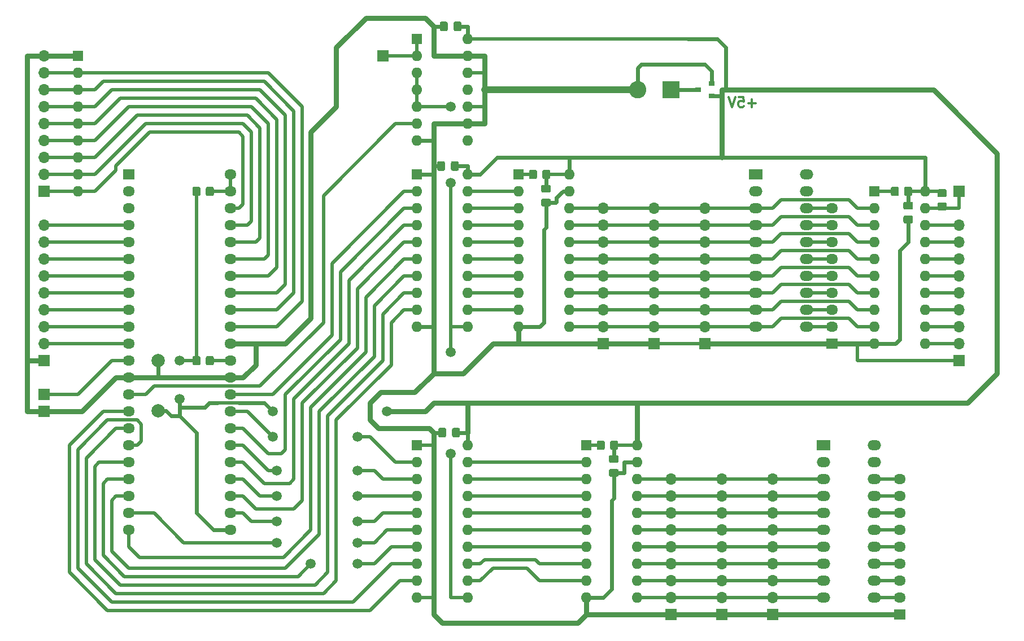
<source format=gbr>
%TF.GenerationSoftware,KiCad,Pcbnew,(5.1.8)-1*%
%TF.CreationDate,2024-01-29T23:39:16+03:00*%
%TF.ProjectId,ROM,524f4d2e-6b69-4636-9164-5f7063625858,rev?*%
%TF.SameCoordinates,Original*%
%TF.FileFunction,Copper,L2,Bot*%
%TF.FilePolarity,Positive*%
%FSLAX46Y46*%
G04 Gerber Fmt 4.6, Leading zero omitted, Abs format (unit mm)*
G04 Created by KiCad (PCBNEW (5.1.8)-1) date 2024-01-29 23:39:16*
%MOMM*%
%LPD*%
G01*
G04 APERTURE LIST*
%TA.AperFunction,NonConductor*%
%ADD10C,0.300000*%
%TD*%
%TA.AperFunction,SMDPad,CuDef*%
%ADD11R,0.900000X0.800000*%
%TD*%
%TA.AperFunction,ComponentPad*%
%ADD12R,1.700000X1.700000*%
%TD*%
%TA.AperFunction,ComponentPad*%
%ADD13C,2.000000*%
%TD*%
%TA.AperFunction,ComponentPad*%
%ADD14O,1.700000X1.700000*%
%TD*%
%TA.AperFunction,ComponentPad*%
%ADD15O,1.800000X1.500000*%
%TD*%
%TA.AperFunction,ComponentPad*%
%ADD16R,1.800000X1.500000*%
%TD*%
%TA.AperFunction,ComponentPad*%
%ADD17O,2.000000X1.500000*%
%TD*%
%TA.AperFunction,ComponentPad*%
%ADD18R,2.000000X1.500000*%
%TD*%
%TA.AperFunction,ComponentPad*%
%ADD19O,1.600000X1.600000*%
%TD*%
%TA.AperFunction,ComponentPad*%
%ADD20R,1.600000X1.600000*%
%TD*%
%TA.AperFunction,ComponentPad*%
%ADD21C,2.600000*%
%TD*%
%TA.AperFunction,ComponentPad*%
%ADD22R,2.600000X2.600000*%
%TD*%
%TA.AperFunction,ViaPad*%
%ADD23C,1.500000*%
%TD*%
%TA.AperFunction,Conductor*%
%ADD24C,0.800000*%
%TD*%
%TA.AperFunction,Conductor*%
%ADD25C,0.500000*%
%TD*%
%TA.AperFunction,Conductor*%
%ADD26C,1.000000*%
%TD*%
%TA.AperFunction,Conductor*%
%ADD27C,0.600000*%
%TD*%
G04 APERTURE END LIST*
D10*
X121943571Y-29952142D02*
X120800714Y-29952142D01*
X121372142Y-30523571D02*
X121372142Y-29380714D01*
X119372142Y-29023571D02*
X120086428Y-29023571D01*
X120157857Y-29737857D01*
X120086428Y-29666428D01*
X119943571Y-29595000D01*
X119586428Y-29595000D01*
X119443571Y-29666428D01*
X119372142Y-29737857D01*
X119300714Y-29880714D01*
X119300714Y-30237857D01*
X119372142Y-30380714D01*
X119443571Y-30452142D01*
X119586428Y-30523571D01*
X119943571Y-30523571D01*
X120086428Y-30452142D01*
X120157857Y-30380714D01*
X118872142Y-29023571D02*
X118372142Y-30523571D01*
X117872142Y-29023571D01*
D11*
%TO.P,Q1,3*%
%TO.N,Net-(J4-Pad1)*%
X113300000Y-27940000D03*
%TO.P,Q1,2*%
%TO.N,VCC*%
X115300000Y-28890000D03*
%TO.P,Q1,1*%
%TO.N,GND*%
X115300000Y-26990000D03*
%TD*%
D12*
%TO.P,J14,1*%
%TO.N,GND*%
X15240000Y-76200000D03*
%TD*%
%TO.P,C7,2*%
%TO.N,GND*%
%TA.AperFunction,SMDPad,CuDef*%
G36*
G01*
X144305000Y-46805000D02*
X145255000Y-46805000D01*
G75*
G02*
X145505000Y-47055000I0J-250000D01*
G01*
X145505000Y-47730000D01*
G75*
G02*
X145255000Y-47980000I-250000J0D01*
G01*
X144305000Y-47980000D01*
G75*
G02*
X144055000Y-47730000I0J250000D01*
G01*
X144055000Y-47055000D01*
G75*
G02*
X144305000Y-46805000I250000J0D01*
G01*
G37*
%TD.AperFunction*%
%TO.P,C7,1*%
%TO.N,VCC*%
%TA.AperFunction,SMDPad,CuDef*%
G36*
G01*
X144305000Y-44730000D02*
X145255000Y-44730000D01*
G75*
G02*
X145505000Y-44980000I0J-250000D01*
G01*
X145505000Y-45655000D01*
G75*
G02*
X145255000Y-45905000I-250000J0D01*
G01*
X144305000Y-45905000D01*
G75*
G02*
X144055000Y-45655000I0J250000D01*
G01*
X144055000Y-44980000D01*
G75*
G02*
X144305000Y-44730000I250000J0D01*
G01*
G37*
%TD.AperFunction*%
%TD*%
%TO.P,C6,2*%
%TO.N,GND*%
%TA.AperFunction,SMDPad,CuDef*%
G36*
G01*
X75750000Y-17940000D02*
X75750000Y-18890000D01*
G75*
G02*
X75500000Y-19140000I-250000J0D01*
G01*
X74825000Y-19140000D01*
G75*
G02*
X74575000Y-18890000I0J250000D01*
G01*
X74575000Y-17940000D01*
G75*
G02*
X74825000Y-17690000I250000J0D01*
G01*
X75500000Y-17690000D01*
G75*
G02*
X75750000Y-17940000I0J-250000D01*
G01*
G37*
%TD.AperFunction*%
%TO.P,C6,1*%
%TO.N,VCC*%
%TA.AperFunction,SMDPad,CuDef*%
G36*
G01*
X77825000Y-17940000D02*
X77825000Y-18890000D01*
G75*
G02*
X77575000Y-19140000I-250000J0D01*
G01*
X76900000Y-19140000D01*
G75*
G02*
X76650000Y-18890000I0J250000D01*
G01*
X76650000Y-17940000D01*
G75*
G02*
X76900000Y-17690000I250000J0D01*
G01*
X77575000Y-17690000D01*
G75*
G02*
X77825000Y-17940000I0J-250000D01*
G01*
G37*
%TD.AperFunction*%
%TD*%
%TO.P,C5,2*%
%TO.N,GND*%
%TA.AperFunction,SMDPad,CuDef*%
G36*
G01*
X100172500Y-84820000D02*
X101122500Y-84820000D01*
G75*
G02*
X101372500Y-85070000I0J-250000D01*
G01*
X101372500Y-85745000D01*
G75*
G02*
X101122500Y-85995000I-250000J0D01*
G01*
X100172500Y-85995000D01*
G75*
G02*
X99922500Y-85745000I0J250000D01*
G01*
X99922500Y-85070000D01*
G75*
G02*
X100172500Y-84820000I250000J0D01*
G01*
G37*
%TD.AperFunction*%
%TO.P,C5,1*%
%TO.N,VCC*%
%TA.AperFunction,SMDPad,CuDef*%
G36*
G01*
X100172500Y-82745000D02*
X101122500Y-82745000D01*
G75*
G02*
X101372500Y-82995000I0J-250000D01*
G01*
X101372500Y-83670000D01*
G75*
G02*
X101122500Y-83920000I-250000J0D01*
G01*
X100172500Y-83920000D01*
G75*
G02*
X99922500Y-83670000I0J250000D01*
G01*
X99922500Y-82995000D01*
G75*
G02*
X100172500Y-82745000I250000J0D01*
G01*
G37*
%TD.AperFunction*%
%TD*%
%TO.P,C4,2*%
%TO.N,GND*%
%TA.AperFunction,SMDPad,CuDef*%
G36*
G01*
X90012500Y-44265000D02*
X90962500Y-44265000D01*
G75*
G02*
X91212500Y-44515000I0J-250000D01*
G01*
X91212500Y-45190000D01*
G75*
G02*
X90962500Y-45440000I-250000J0D01*
G01*
X90012500Y-45440000D01*
G75*
G02*
X89762500Y-45190000I0J250000D01*
G01*
X89762500Y-44515000D01*
G75*
G02*
X90012500Y-44265000I250000J0D01*
G01*
G37*
%TD.AperFunction*%
%TO.P,C4,1*%
%TO.N,VCC*%
%TA.AperFunction,SMDPad,CuDef*%
G36*
G01*
X90012500Y-42190000D02*
X90962500Y-42190000D01*
G75*
G02*
X91212500Y-42440000I0J-250000D01*
G01*
X91212500Y-43115000D01*
G75*
G02*
X90962500Y-43365000I-250000J0D01*
G01*
X90012500Y-43365000D01*
G75*
G02*
X89762500Y-43115000I0J250000D01*
G01*
X89762500Y-42440000D01*
G75*
G02*
X90012500Y-42190000I250000J0D01*
G01*
G37*
%TD.AperFunction*%
%TD*%
%TO.P,C3,2*%
%TO.N,GND*%
%TA.AperFunction,SMDPad,CuDef*%
G36*
G01*
X75347500Y-38895000D02*
X75347500Y-39845000D01*
G75*
G02*
X75097500Y-40095000I-250000J0D01*
G01*
X74422500Y-40095000D01*
G75*
G02*
X74172500Y-39845000I0J250000D01*
G01*
X74172500Y-38895000D01*
G75*
G02*
X74422500Y-38645000I250000J0D01*
G01*
X75097500Y-38645000D01*
G75*
G02*
X75347500Y-38895000I0J-250000D01*
G01*
G37*
%TD.AperFunction*%
%TO.P,C3,1*%
%TO.N,VCC*%
%TA.AperFunction,SMDPad,CuDef*%
G36*
G01*
X77422500Y-38895000D02*
X77422500Y-39845000D01*
G75*
G02*
X77172500Y-40095000I-250000J0D01*
G01*
X76497500Y-40095000D01*
G75*
G02*
X76247500Y-39845000I0J250000D01*
G01*
X76247500Y-38895000D01*
G75*
G02*
X76497500Y-38645000I250000J0D01*
G01*
X77172500Y-38645000D01*
G75*
G02*
X77422500Y-38895000I0J-250000D01*
G01*
G37*
%TD.AperFunction*%
%TD*%
%TO.P,C2,2*%
%TO.N,GND*%
%TA.AperFunction,SMDPad,CuDef*%
G36*
G01*
X75517500Y-78900000D02*
X75517500Y-79850000D01*
G75*
G02*
X75267500Y-80100000I-250000J0D01*
G01*
X74592500Y-80100000D01*
G75*
G02*
X74342500Y-79850000I0J250000D01*
G01*
X74342500Y-78900000D01*
G75*
G02*
X74592500Y-78650000I250000J0D01*
G01*
X75267500Y-78650000D01*
G75*
G02*
X75517500Y-78900000I0J-250000D01*
G01*
G37*
%TD.AperFunction*%
%TO.P,C2,1*%
%TO.N,VCC*%
%TA.AperFunction,SMDPad,CuDef*%
G36*
G01*
X77592500Y-78900000D02*
X77592500Y-79850000D01*
G75*
G02*
X77342500Y-80100000I-250000J0D01*
G01*
X76667500Y-80100000D01*
G75*
G02*
X76417500Y-79850000I0J250000D01*
G01*
X76417500Y-78900000D01*
G75*
G02*
X76667500Y-78650000I250000J0D01*
G01*
X77342500Y-78650000D01*
G75*
G02*
X77592500Y-78900000I0J-250000D01*
G01*
G37*
%TD.AperFunction*%
%TD*%
D13*
%TO.P,C1,2*%
%TO.N,GND*%
X32385000Y-68580000D03*
%TO.P,C1,1*%
%TO.N,VCC*%
X32385000Y-76080000D03*
%TD*%
D14*
%TO.P,J13,9*%
%TO.N,/CNST7*%
X114300000Y-45720000D03*
%TO.P,J13,8*%
%TO.N,/CNST6*%
X114300000Y-48260000D03*
%TO.P,J13,7*%
%TO.N,/CNST5*%
X114300000Y-50800000D03*
%TO.P,J13,6*%
%TO.N,/CNST4*%
X114300000Y-53340000D03*
%TO.P,J13,5*%
%TO.N,/CNST3*%
X114300000Y-55880000D03*
%TO.P,J13,4*%
%TO.N,/CNST2*%
X114300000Y-58420000D03*
%TO.P,J13,3*%
%TO.N,/CNST1*%
X114300000Y-60960000D03*
%TO.P,J13,2*%
%TO.N,/CNST0*%
X114300000Y-63500000D03*
D12*
%TO.P,J13,1*%
%TO.N,GND*%
X114300000Y-66040000D03*
%TD*%
D15*
%TO.P,RN3,9*%
%TO.N,Net-(BAR2-Pad18)*%
X133350000Y-45720000D03*
%TO.P,RN3,8*%
%TO.N,Net-(BAR2-Pad17)*%
X133350000Y-48260000D03*
%TO.P,RN3,7*%
%TO.N,Net-(BAR2-Pad16)*%
X133350000Y-50800000D03*
%TO.P,RN3,6*%
%TO.N,Net-(BAR2-Pad15)*%
X133350000Y-53340000D03*
%TO.P,RN3,5*%
%TO.N,Net-(BAR2-Pad14)*%
X133350000Y-55880000D03*
%TO.P,RN3,4*%
%TO.N,Net-(BAR2-Pad13)*%
X133350000Y-58420000D03*
%TO.P,RN3,3*%
%TO.N,Net-(BAR2-Pad12)*%
X133350000Y-60960000D03*
%TO.P,RN3,2*%
%TO.N,Net-(BAR2-Pad11)*%
X133350000Y-63500000D03*
D16*
%TO.P,RN3,1*%
%TO.N,GND*%
X133350000Y-66040000D03*
%TD*%
D17*
%TO.P,BAR2,20*%
%TO.N,N/C*%
X129540000Y-40640000D03*
%TO.P,BAR2,19*%
X129540000Y-43180000D03*
%TO.P,BAR2,18*%
%TO.N,Net-(BAR2-Pad18)*%
X129540000Y-45720000D03*
%TO.P,BAR2,17*%
%TO.N,Net-(BAR2-Pad17)*%
X129540000Y-48260000D03*
%TO.P,BAR2,9*%
%TO.N,/CNST1*%
X121920000Y-60960000D03*
%TO.P,BAR2,10*%
%TO.N,/CNST0*%
X121920000Y-63500000D03*
%TO.P,BAR2,11*%
%TO.N,Net-(BAR2-Pad11)*%
X129540000Y-63500000D03*
%TO.P,BAR2,12*%
%TO.N,Net-(BAR2-Pad12)*%
X129540000Y-60960000D03*
%TO.P,BAR2,8*%
%TO.N,/CNST2*%
X121920000Y-58420000D03*
%TO.P,BAR2,7*%
%TO.N,/CNST3*%
X121920000Y-55880000D03*
%TO.P,BAR2,6*%
%TO.N,/CNST4*%
X121920000Y-53340000D03*
%TO.P,BAR2,5*%
%TO.N,/CNST5*%
X121920000Y-50800000D03*
%TO.P,BAR2,16*%
%TO.N,Net-(BAR2-Pad16)*%
X129540000Y-50800000D03*
%TO.P,BAR2,15*%
%TO.N,Net-(BAR2-Pad15)*%
X129540000Y-53340000D03*
%TO.P,BAR2,14*%
%TO.N,Net-(BAR2-Pad14)*%
X129540000Y-55880000D03*
%TO.P,BAR2,13*%
%TO.N,Net-(BAR2-Pad13)*%
X129540000Y-58420000D03*
%TO.P,BAR2,4*%
%TO.N,/CNST6*%
X121920000Y-48260000D03*
%TO.P,BAR2,3*%
%TO.N,/CNST7*%
X121920000Y-45720000D03*
%TO.P,BAR2,2*%
%TO.N,N/C*%
X121920000Y-43180000D03*
D18*
%TO.P,BAR2,1*%
X121920000Y-40640000D03*
%TD*%
D17*
%TO.P,BAR1,20*%
%TO.N,N/C*%
X139700000Y-81280000D03*
%TO.P,BAR1,19*%
X139700000Y-83820000D03*
%TO.P,BAR1,18*%
%TO.N,Net-(BAR1-Pad18)*%
X139700000Y-86360000D03*
%TO.P,BAR1,17*%
%TO.N,Net-(BAR1-Pad17)*%
X139700000Y-88900000D03*
%TO.P,BAR1,9*%
%TO.N,/COP1*%
X132080000Y-101600000D03*
%TO.P,BAR1,10*%
%TO.N,/COP0*%
X132080000Y-104140000D03*
%TO.P,BAR1,11*%
%TO.N,Net-(BAR1-Pad11)*%
X139700000Y-104140000D03*
%TO.P,BAR1,12*%
%TO.N,Net-(BAR1-Pad12)*%
X139700000Y-101600000D03*
%TO.P,BAR1,8*%
%TO.N,/COP2*%
X132080000Y-99060000D03*
%TO.P,BAR1,7*%
%TO.N,/COP3*%
X132080000Y-96520000D03*
%TO.P,BAR1,6*%
%TO.N,/COP4*%
X132080000Y-93980000D03*
%TO.P,BAR1,5*%
%TO.N,/COP5*%
X132080000Y-91440000D03*
%TO.P,BAR1,16*%
%TO.N,Net-(BAR1-Pad16)*%
X139700000Y-91440000D03*
%TO.P,BAR1,15*%
%TO.N,Net-(BAR1-Pad15)*%
X139700000Y-93980000D03*
%TO.P,BAR1,14*%
%TO.N,Net-(BAR1-Pad14)*%
X139700000Y-96520000D03*
%TO.P,BAR1,13*%
%TO.N,Net-(BAR1-Pad13)*%
X139700000Y-99060000D03*
%TO.P,BAR1,4*%
%TO.N,/COP6*%
X132080000Y-88900000D03*
%TO.P,BAR1,3*%
%TO.N,/COP7*%
X132080000Y-86360000D03*
%TO.P,BAR1,2*%
%TO.N,N/C*%
X132080000Y-83820000D03*
D18*
%TO.P,BAR1,1*%
X132080000Y-81280000D03*
%TD*%
D15*
%TO.P,RN2,9*%
%TO.N,Net-(BAR1-Pad18)*%
X143510000Y-86360000D03*
%TO.P,RN2,8*%
%TO.N,Net-(BAR1-Pad17)*%
X143510000Y-88900000D03*
%TO.P,RN2,7*%
%TO.N,Net-(BAR1-Pad16)*%
X143510000Y-91440000D03*
%TO.P,RN2,6*%
%TO.N,Net-(BAR1-Pad15)*%
X143510000Y-93980000D03*
%TO.P,RN2,5*%
%TO.N,Net-(BAR1-Pad14)*%
X143510000Y-96520000D03*
%TO.P,RN2,4*%
%TO.N,Net-(BAR1-Pad13)*%
X143510000Y-99060000D03*
%TO.P,RN2,3*%
%TO.N,Net-(BAR1-Pad12)*%
X143510000Y-101600000D03*
%TO.P,RN2,2*%
%TO.N,Net-(BAR1-Pad11)*%
X143510000Y-104140000D03*
D16*
%TO.P,RN2,1*%
%TO.N,GND*%
X143510000Y-106680000D03*
%TD*%
%TO.P,R6,2*%
%TO.N,VCC*%
%TA.AperFunction,SMDPad,CuDef*%
G36*
G01*
X150310001Y-44050000D02*
X149409999Y-44050000D01*
G75*
G02*
X149160000Y-43800001I0J249999D01*
G01*
X149160000Y-43099999D01*
G75*
G02*
X149409999Y-42850000I249999J0D01*
G01*
X150310001Y-42850000D01*
G75*
G02*
X150560000Y-43099999I0J-249999D01*
G01*
X150560000Y-43800001D01*
G75*
G02*
X150310001Y-44050000I-249999J0D01*
G01*
G37*
%TD.AperFunction*%
%TO.P,R6,1*%
%TO.N,/~LDI*%
%TA.AperFunction,SMDPad,CuDef*%
G36*
G01*
X150310001Y-46050000D02*
X149409999Y-46050000D01*
G75*
G02*
X149160000Y-45800001I0J249999D01*
G01*
X149160000Y-45099999D01*
G75*
G02*
X149409999Y-44850000I249999J0D01*
G01*
X150310001Y-44850000D01*
G75*
G02*
X150560000Y-45099999I0J-249999D01*
G01*
X150560000Y-45800001D01*
G75*
G02*
X150310001Y-46050000I-249999J0D01*
G01*
G37*
%TD.AperFunction*%
%TD*%
D19*
%TO.P,RN1,9*%
%TO.N,/A8*%
X20320000Y-43180000D03*
%TO.P,RN1,8*%
%TO.N,/A9*%
X20320000Y-40640000D03*
%TO.P,RN1,7*%
%TO.N,/A10*%
X20320000Y-38100000D03*
%TO.P,RN1,6*%
%TO.N,/A11*%
X20320000Y-35560000D03*
%TO.P,RN1,5*%
%TO.N,/A12*%
X20320000Y-33020000D03*
%TO.P,RN1,4*%
%TO.N,/A13*%
X20320000Y-30480000D03*
%TO.P,RN1,3*%
%TO.N,/A14*%
X20320000Y-27940000D03*
%TO.P,RN1,2*%
%TO.N,/A15*%
X20320000Y-25400000D03*
D20*
%TO.P,RN1,1*%
%TO.N,GND*%
X20320000Y-22860000D03*
%TD*%
D15*
%TO.P,U1,24*%
%TO.N,/D4*%
X43180000Y-91440000D03*
%TO.P,U1,23*%
%TO.N,VCC*%
X43180000Y-93980000D03*
%TO.P,U1,22*%
%TO.N,/D11*%
X27940000Y-93980000D03*
%TO.P,U1,21*%
%TO.N,/D3*%
X27940000Y-91440000D03*
%TO.P,U1,44*%
%TO.N,Net-(R1-Pad1)*%
X43180000Y-40640000D03*
%TO.P,U1,20*%
%TO.N,/D10*%
X27940000Y-88900000D03*
%TO.P,U1,43*%
%TO.N,Net-(R1-Pad1)*%
X43180000Y-43180000D03*
%TO.P,U1,19*%
%TO.N,/D2*%
X27940000Y-86360000D03*
%TO.P,U1,42*%
%TO.N,/A8*%
X43180000Y-45720000D03*
%TO.P,U1,18*%
%TO.N,/D9*%
X27940000Y-83820000D03*
%TO.P,U1,41*%
%TO.N,/A9*%
X43180000Y-48260000D03*
%TO.P,U1,17*%
%TO.N,/D1*%
X27940000Y-81280000D03*
%TO.P,U1,40*%
%TO.N,/A10*%
X43180000Y-50800000D03*
%TO.P,U1,16*%
%TO.N,/D8*%
X27940000Y-78740000D03*
%TO.P,U1,39*%
%TO.N,/A11*%
X43180000Y-53340000D03*
%TO.P,U1,15*%
%TO.N,/D0*%
X27940000Y-76200000D03*
%TO.P,U1,38*%
%TO.N,/A12*%
X43180000Y-55880000D03*
%TO.P,U1,14*%
%TO.N,/~RD*%
X27940000Y-73660000D03*
%TO.P,U1,37*%
%TO.N,/A13*%
X43180000Y-58420000D03*
%TO.P,U1,13*%
%TO.N,GND*%
X27940000Y-71120000D03*
%TO.P,U1,36*%
%TO.N,/A14*%
X43180000Y-60960000D03*
%TO.P,U1,12*%
%TO.N,/~CS*%
X27940000Y-68580000D03*
%TO.P,U1,35*%
%TO.N,/A15*%
X43180000Y-63500000D03*
%TO.P,U1,11*%
%TO.N,/A0*%
X27940000Y-66040000D03*
%TO.P,U1,34*%
%TO.N,GND*%
X43180000Y-66040000D03*
%TO.P,U1,10*%
%TO.N,/A1*%
X27940000Y-63500000D03*
%TO.P,U1,33*%
%TO.N,Net-(R2-Pad1)*%
X43180000Y-68580000D03*
%TO.P,U1,9*%
%TO.N,/A2*%
X27940000Y-60960000D03*
%TO.P,U1,32*%
%TO.N,GND*%
X43180000Y-71120000D03*
%TO.P,U1,8*%
%TO.N,/A3*%
X27940000Y-58420000D03*
%TO.P,U1,31*%
%TO.N,/D15*%
X43180000Y-73660000D03*
%TO.P,U1,7*%
%TO.N,/A4*%
X27940000Y-55880000D03*
%TO.P,U1,30*%
%TO.N,/D7*%
X43180000Y-76200000D03*
%TO.P,U1,6*%
%TO.N,/A5*%
X27940000Y-53340000D03*
%TO.P,U1,29*%
%TO.N,/D14*%
X43180000Y-78740000D03*
%TO.P,U1,5*%
%TO.N,/A6*%
X27940000Y-50800000D03*
%TO.P,U1,28*%
%TO.N,/D6*%
X43180000Y-81280000D03*
%TO.P,U1,4*%
%TO.N,/A7*%
X27940000Y-48260000D03*
%TO.P,U1,27*%
%TO.N,/D13*%
X43180000Y-83820000D03*
%TO.P,U1,3*%
%TO.N,Net-(U1-Pad3)*%
X27940000Y-45720000D03*
%TO.P,U1,26*%
%TO.N,/D5*%
X43180000Y-86360000D03*
%TO.P,U1,2*%
%TO.N,Net-(U1-Pad2)*%
X27940000Y-43180000D03*
%TO.P,U1,25*%
%TO.N,/D12*%
X43180000Y-88900000D03*
D16*
%TO.P,U1,1*%
%TO.N,Net-(U1-Pad1)*%
X27940000Y-40640000D03*
%TD*%
D14*
%TO.P,J12,9*%
%TO.N,GND*%
X15240000Y-22860000D03*
%TO.P,J12,8*%
%TO.N,/A15*%
X15240000Y-25400000D03*
%TO.P,J12,7*%
%TO.N,/A14*%
X15240000Y-27940000D03*
%TO.P,J12,6*%
%TO.N,/A13*%
X15240000Y-30480000D03*
%TO.P,J12,5*%
%TO.N,/A12*%
X15240000Y-33020000D03*
%TO.P,J12,4*%
%TO.N,/A11*%
X15240000Y-35560000D03*
%TO.P,J12,3*%
%TO.N,/A10*%
X15240000Y-38100000D03*
%TO.P,J12,2*%
%TO.N,/A9*%
X15240000Y-40640000D03*
D12*
%TO.P,J12,1*%
%TO.N,/A8*%
X15240000Y-43180000D03*
%TD*%
D14*
%TO.P,J3,9*%
%TO.N,/A7*%
X15240000Y-48260000D03*
%TO.P,J3,8*%
%TO.N,/A6*%
X15240000Y-50800000D03*
%TO.P,J3,7*%
%TO.N,/A5*%
X15240000Y-53340000D03*
%TO.P,J3,6*%
%TO.N,/A4*%
X15240000Y-55880000D03*
%TO.P,J3,5*%
%TO.N,/A3*%
X15240000Y-58420000D03*
%TO.P,J3,4*%
%TO.N,/A2*%
X15240000Y-60960000D03*
%TO.P,J3,3*%
%TO.N,/A1*%
X15240000Y-63500000D03*
%TO.P,J3,2*%
%TO.N,/A0*%
X15240000Y-66040000D03*
D12*
%TO.P,J3,1*%
%TO.N,GND*%
X15240000Y-68580000D03*
%TD*%
%TO.P,J11,1*%
%TO.N,/~LDI*%
X152400000Y-43180000D03*
%TD*%
%TO.P,J10,1*%
%TO.N,/C1*%
X66040000Y-22860000D03*
%TD*%
%TO.P,J9,1*%
%TO.N,/~CS*%
X15240000Y-73660000D03*
%TD*%
%TO.P,R5,2*%
%TO.N,VCC*%
%TA.AperFunction,SMDPad,CuDef*%
G36*
G01*
X144180000Y-43630001D02*
X144180000Y-42729999D01*
G75*
G02*
X144429999Y-42480000I249999J0D01*
G01*
X145130001Y-42480000D01*
G75*
G02*
X145380000Y-42729999I0J-249999D01*
G01*
X145380000Y-43630001D01*
G75*
G02*
X145130001Y-43880000I-249999J0D01*
G01*
X144429999Y-43880000D01*
G75*
G02*
X144180000Y-43630001I0J249999D01*
G01*
G37*
%TD.AperFunction*%
%TO.P,R5,1*%
%TO.N,Net-(R5-Pad1)*%
%TA.AperFunction,SMDPad,CuDef*%
G36*
G01*
X142180000Y-43630001D02*
X142180000Y-42729999D01*
G75*
G02*
X142429999Y-42480000I249999J0D01*
G01*
X143130001Y-42480000D01*
G75*
G02*
X143380000Y-42729999I0J-249999D01*
G01*
X143380000Y-43630001D01*
G75*
G02*
X143130001Y-43880000I-249999J0D01*
G01*
X142429999Y-43880000D01*
G75*
G02*
X142180000Y-43630001I0J249999D01*
G01*
G37*
%TD.AperFunction*%
%TD*%
%TO.P,R4,2*%
%TO.N,VCC*%
%TA.AperFunction,SMDPad,CuDef*%
G36*
G01*
X89935000Y-41090001D02*
X89935000Y-40189999D01*
G75*
G02*
X90184999Y-39940000I249999J0D01*
G01*
X90885001Y-39940000D01*
G75*
G02*
X91135000Y-40189999I0J-249999D01*
G01*
X91135000Y-41090001D01*
G75*
G02*
X90885001Y-41340000I-249999J0D01*
G01*
X90184999Y-41340000D01*
G75*
G02*
X89935000Y-41090001I0J249999D01*
G01*
G37*
%TD.AperFunction*%
%TO.P,R4,1*%
%TO.N,Net-(R4-Pad1)*%
%TA.AperFunction,SMDPad,CuDef*%
G36*
G01*
X87935000Y-41090001D02*
X87935000Y-40189999D01*
G75*
G02*
X88184999Y-39940000I249999J0D01*
G01*
X88885001Y-39940000D01*
G75*
G02*
X89135000Y-40189999I0J-249999D01*
G01*
X89135000Y-41090001D01*
G75*
G02*
X88885001Y-41340000I-249999J0D01*
G01*
X88184999Y-41340000D01*
G75*
G02*
X87935000Y-41090001I0J249999D01*
G01*
G37*
%TD.AperFunction*%
%TD*%
%TO.P,R3,2*%
%TO.N,VCC*%
%TA.AperFunction,SMDPad,CuDef*%
G36*
G01*
X100095000Y-81730001D02*
X100095000Y-80829999D01*
G75*
G02*
X100344999Y-80580000I249999J0D01*
G01*
X101045001Y-80580000D01*
G75*
G02*
X101295000Y-80829999I0J-249999D01*
G01*
X101295000Y-81730001D01*
G75*
G02*
X101045001Y-81980000I-249999J0D01*
G01*
X100344999Y-81980000D01*
G75*
G02*
X100095000Y-81730001I0J249999D01*
G01*
G37*
%TD.AperFunction*%
%TO.P,R3,1*%
%TO.N,Net-(R3-Pad1)*%
%TA.AperFunction,SMDPad,CuDef*%
G36*
G01*
X98095000Y-81730001D02*
X98095000Y-80829999D01*
G75*
G02*
X98344999Y-80580000I249999J0D01*
G01*
X99045001Y-80580000D01*
G75*
G02*
X99295000Y-80829999I0J-249999D01*
G01*
X99295000Y-81730001D01*
G75*
G02*
X99045001Y-81980000I-249999J0D01*
G01*
X98344999Y-81980000D01*
G75*
G02*
X98095000Y-81730001I0J249999D01*
G01*
G37*
%TD.AperFunction*%
%TD*%
D14*
%TO.P,J8,9*%
%TO.N,/CNST7*%
X106680000Y-45720000D03*
%TO.P,J8,8*%
%TO.N,/CNST6*%
X106680000Y-48260000D03*
%TO.P,J8,7*%
%TO.N,/CNST5*%
X106680000Y-50800000D03*
%TO.P,J8,6*%
%TO.N,/CNST4*%
X106680000Y-53340000D03*
%TO.P,J8,5*%
%TO.N,/CNST3*%
X106680000Y-55880000D03*
%TO.P,J8,4*%
%TO.N,/CNST2*%
X106680000Y-58420000D03*
%TO.P,J8,3*%
%TO.N,/CNST1*%
X106680000Y-60960000D03*
%TO.P,J8,2*%
%TO.N,/CNST0*%
X106680000Y-63500000D03*
D12*
%TO.P,J8,1*%
%TO.N,GND*%
X106680000Y-66040000D03*
%TD*%
D14*
%TO.P,J7,9*%
%TO.N,/CNST7*%
X99060000Y-45720000D03*
%TO.P,J7,8*%
%TO.N,/CNST6*%
X99060000Y-48260000D03*
%TO.P,J7,7*%
%TO.N,/CNST5*%
X99060000Y-50800000D03*
%TO.P,J7,6*%
%TO.N,/CNST4*%
X99060000Y-53340000D03*
%TO.P,J7,5*%
%TO.N,/CNST3*%
X99060000Y-55880000D03*
%TO.P,J7,4*%
%TO.N,/CNST2*%
X99060000Y-58420000D03*
%TO.P,J7,3*%
%TO.N,/CNST1*%
X99060000Y-60960000D03*
%TO.P,J7,2*%
%TO.N,/CNST0*%
X99060000Y-63500000D03*
D12*
%TO.P,J7,1*%
%TO.N,GND*%
X99060000Y-66040000D03*
%TD*%
D14*
%TO.P,J6,9*%
%TO.N,/COP7*%
X124460000Y-86360000D03*
%TO.P,J6,8*%
%TO.N,/COP6*%
X124460000Y-88900000D03*
%TO.P,J6,7*%
%TO.N,/COP5*%
X124460000Y-91440000D03*
%TO.P,J6,6*%
%TO.N,/COP4*%
X124460000Y-93980000D03*
%TO.P,J6,5*%
%TO.N,/COP3*%
X124460000Y-96520000D03*
%TO.P,J6,4*%
%TO.N,/COP2*%
X124460000Y-99060000D03*
%TO.P,J6,3*%
%TO.N,/COP1*%
X124460000Y-101600000D03*
%TO.P,J6,2*%
%TO.N,/COP0*%
X124460000Y-104140000D03*
D12*
%TO.P,J6,1*%
%TO.N,GND*%
X124460000Y-106680000D03*
%TD*%
D14*
%TO.P,J5,9*%
%TO.N,/COP7*%
X116840000Y-86360000D03*
%TO.P,J5,8*%
%TO.N,/COP6*%
X116840000Y-88900000D03*
%TO.P,J5,7*%
%TO.N,/COP5*%
X116840000Y-91440000D03*
%TO.P,J5,6*%
%TO.N,/COP4*%
X116840000Y-93980000D03*
%TO.P,J5,5*%
%TO.N,/COP3*%
X116840000Y-96520000D03*
%TO.P,J5,4*%
%TO.N,/COP2*%
X116840000Y-99060000D03*
%TO.P,J5,3*%
%TO.N,/COP1*%
X116840000Y-101600000D03*
%TO.P,J5,2*%
%TO.N,/COP0*%
X116840000Y-104140000D03*
D12*
%TO.P,J5,1*%
%TO.N,GND*%
X116840000Y-106680000D03*
%TD*%
D21*
%TO.P,J4,2*%
%TO.N,GND*%
X104220000Y-27940000D03*
D22*
%TO.P,J4,1*%
%TO.N,Net-(J4-Pad1)*%
X109220000Y-27940000D03*
%TD*%
D14*
%TO.P,J2,9*%
%TO.N,/BUS7*%
X152400000Y-48260000D03*
%TO.P,J2,8*%
%TO.N,/BUS6*%
X152400000Y-50800000D03*
%TO.P,J2,7*%
%TO.N,/BUS5*%
X152400000Y-53340000D03*
%TO.P,J2,6*%
%TO.N,/BUS4*%
X152400000Y-55880000D03*
%TO.P,J2,5*%
%TO.N,/BUS3*%
X152400000Y-58420000D03*
%TO.P,J2,4*%
%TO.N,/BUS2*%
X152400000Y-60960000D03*
%TO.P,J2,3*%
%TO.N,/BUS1*%
X152400000Y-63500000D03*
%TO.P,J2,2*%
%TO.N,/BUS0*%
X152400000Y-66040000D03*
D12*
%TO.P,J2,1*%
%TO.N,GND*%
X152400000Y-68580000D03*
%TD*%
D14*
%TO.P,J1,9*%
%TO.N,/COP7*%
X109220000Y-86360000D03*
%TO.P,J1,8*%
%TO.N,/COP6*%
X109220000Y-88900000D03*
%TO.P,J1,7*%
%TO.N,/COP5*%
X109220000Y-91440000D03*
%TO.P,J1,6*%
%TO.N,/COP4*%
X109220000Y-93980000D03*
%TO.P,J1,5*%
%TO.N,/COP3*%
X109220000Y-96520000D03*
%TO.P,J1,4*%
%TO.N,/COP2*%
X109220000Y-99060000D03*
%TO.P,J1,3*%
%TO.N,/COP1*%
X109220000Y-101600000D03*
%TO.P,J1,2*%
%TO.N,/COP0*%
X109220000Y-104140000D03*
D12*
%TO.P,J1,1*%
%TO.N,GND*%
X109220000Y-106680000D03*
%TD*%
D19*
%TO.P,U7,20*%
%TO.N,VCC*%
X104140000Y-81280000D03*
%TO.P,U7,10*%
%TO.N,GND*%
X96520000Y-104140000D03*
%TO.P,U7,19*%
X104140000Y-83820000D03*
%TO.P,U7,9*%
%TO.N,Net-(U2-Pad12)*%
X96520000Y-101600000D03*
%TO.P,U7,18*%
%TO.N,/COP7*%
X104140000Y-86360000D03*
%TO.P,U7,8*%
%TO.N,Net-(U2-Pad13)*%
X96520000Y-99060000D03*
%TO.P,U7,17*%
%TO.N,/COP6*%
X104140000Y-88900000D03*
%TO.P,U7,7*%
%TO.N,Net-(U2-Pad14)*%
X96520000Y-96520000D03*
%TO.P,U7,16*%
%TO.N,/COP5*%
X104140000Y-91440000D03*
%TO.P,U7,6*%
%TO.N,Net-(U2-Pad15)*%
X96520000Y-93980000D03*
%TO.P,U7,15*%
%TO.N,/COP4*%
X104140000Y-93980000D03*
%TO.P,U7,5*%
%TO.N,Net-(U2-Pad16)*%
X96520000Y-91440000D03*
%TO.P,U7,14*%
%TO.N,/COP3*%
X104140000Y-96520000D03*
%TO.P,U7,4*%
%TO.N,Net-(U2-Pad17)*%
X96520000Y-88900000D03*
%TO.P,U7,13*%
%TO.N,/COP2*%
X104140000Y-99060000D03*
%TO.P,U7,3*%
%TO.N,Net-(U2-Pad18)*%
X96520000Y-86360000D03*
%TO.P,U7,12*%
%TO.N,/COP1*%
X104140000Y-101600000D03*
%TO.P,U7,2*%
%TO.N,Net-(U2-Pad19)*%
X96520000Y-83820000D03*
%TO.P,U7,11*%
%TO.N,/COP0*%
X104140000Y-104140000D03*
D20*
%TO.P,U7,1*%
%TO.N,Net-(R3-Pad1)*%
X96520000Y-81280000D03*
%TD*%
D19*
%TO.P,U6,14*%
%TO.N,VCC*%
X78740000Y-20320000D03*
%TO.P,U6,7*%
%TO.N,GND*%
X71120000Y-35560000D03*
%TO.P,U6,13*%
X78740000Y-22860000D03*
%TO.P,U6,6*%
%TO.N,/~RD*%
X71120000Y-33020000D03*
%TO.P,U6,12*%
%TO.N,GND*%
X78740000Y-25400000D03*
%TO.P,U6,5*%
%TO.N,/LT*%
X71120000Y-30480000D03*
%TO.P,U6,11*%
%TO.N,Net-(U6-Pad11)*%
X78740000Y-27940000D03*
%TO.P,U6,4*%
%TO.N,/LT*%
X71120000Y-27940000D03*
%TO.P,U6,10*%
%TO.N,GND*%
X78740000Y-30480000D03*
%TO.P,U6,3*%
%TO.N,/LT*%
X71120000Y-25400000D03*
%TO.P,U6,9*%
%TO.N,GND*%
X78740000Y-33020000D03*
%TO.P,U6,2*%
%TO.N,/C1*%
X71120000Y-22860000D03*
%TO.P,U6,8*%
%TO.N,Net-(U6-Pad8)*%
X78740000Y-35560000D03*
D20*
%TO.P,U6,1*%
%TO.N,/C1*%
X71120000Y-20320000D03*
%TD*%
D19*
%TO.P,U5,20*%
%TO.N,VCC*%
X147320000Y-43180000D03*
%TO.P,U5,10*%
%TO.N,GND*%
X139700000Y-66040000D03*
%TO.P,U5,19*%
%TO.N,/~LDI*%
X147320000Y-45720000D03*
%TO.P,U5,9*%
%TO.N,/CNST0*%
X139700000Y-63500000D03*
%TO.P,U5,18*%
%TO.N,/BUS7*%
X147320000Y-48260000D03*
%TO.P,U5,8*%
%TO.N,/CNST1*%
X139700000Y-60960000D03*
%TO.P,U5,17*%
%TO.N,/BUS6*%
X147320000Y-50800000D03*
%TO.P,U5,7*%
%TO.N,/CNST2*%
X139700000Y-58420000D03*
%TO.P,U5,16*%
%TO.N,/BUS5*%
X147320000Y-53340000D03*
%TO.P,U5,6*%
%TO.N,/CNST3*%
X139700000Y-55880000D03*
%TO.P,U5,15*%
%TO.N,/BUS4*%
X147320000Y-55880000D03*
%TO.P,U5,5*%
%TO.N,/CNST4*%
X139700000Y-53340000D03*
%TO.P,U5,14*%
%TO.N,/BUS3*%
X147320000Y-58420000D03*
%TO.P,U5,4*%
%TO.N,/CNST5*%
X139700000Y-50800000D03*
%TO.P,U5,13*%
%TO.N,/BUS2*%
X147320000Y-60960000D03*
%TO.P,U5,3*%
%TO.N,/CNST6*%
X139700000Y-48260000D03*
%TO.P,U5,12*%
%TO.N,/BUS1*%
X147320000Y-63500000D03*
%TO.P,U5,2*%
%TO.N,/CNST7*%
X139700000Y-45720000D03*
%TO.P,U5,11*%
%TO.N,/BUS0*%
X147320000Y-66040000D03*
D20*
%TO.P,U5,1*%
%TO.N,Net-(R5-Pad1)*%
X139700000Y-43180000D03*
%TD*%
D19*
%TO.P,U4,20*%
%TO.N,VCC*%
X93980000Y-40640000D03*
%TO.P,U4,10*%
%TO.N,GND*%
X86360000Y-63500000D03*
%TO.P,U4,19*%
X93980000Y-43180000D03*
%TO.P,U4,9*%
%TO.N,Net-(U3-Pad12)*%
X86360000Y-60960000D03*
%TO.P,U4,18*%
%TO.N,/CNST7*%
X93980000Y-45720000D03*
%TO.P,U4,8*%
%TO.N,Net-(U3-Pad13)*%
X86360000Y-58420000D03*
%TO.P,U4,17*%
%TO.N,/CNST6*%
X93980000Y-48260000D03*
%TO.P,U4,7*%
%TO.N,Net-(U3-Pad14)*%
X86360000Y-55880000D03*
%TO.P,U4,16*%
%TO.N,/CNST5*%
X93980000Y-50800000D03*
%TO.P,U4,6*%
%TO.N,Net-(U3-Pad15)*%
X86360000Y-53340000D03*
%TO.P,U4,15*%
%TO.N,/CNST4*%
X93980000Y-53340000D03*
%TO.P,U4,5*%
%TO.N,Net-(U3-Pad16)*%
X86360000Y-50800000D03*
%TO.P,U4,14*%
%TO.N,/CNST3*%
X93980000Y-55880000D03*
%TO.P,U4,4*%
%TO.N,Net-(U3-Pad17)*%
X86360000Y-48260000D03*
%TO.P,U4,13*%
%TO.N,/CNST2*%
X93980000Y-58420000D03*
%TO.P,U4,3*%
%TO.N,Net-(U3-Pad18)*%
X86360000Y-45720000D03*
%TO.P,U4,12*%
%TO.N,/CNST1*%
X93980000Y-60960000D03*
%TO.P,U4,2*%
%TO.N,Net-(U3-Pad19)*%
X86360000Y-43180000D03*
%TO.P,U4,11*%
%TO.N,/CNST0*%
X93980000Y-63500000D03*
D20*
%TO.P,U4,1*%
%TO.N,Net-(R4-Pad1)*%
X86360000Y-40640000D03*
%TD*%
%TO.P,R2,2*%
%TO.N,VCC*%
%TA.AperFunction,SMDPad,CuDef*%
G36*
G01*
X38700000Y-68129999D02*
X38700000Y-69030001D01*
G75*
G02*
X38450001Y-69280000I-249999J0D01*
G01*
X37749999Y-69280000D01*
G75*
G02*
X37500000Y-69030001I0J249999D01*
G01*
X37500000Y-68129999D01*
G75*
G02*
X37749999Y-67880000I249999J0D01*
G01*
X38450001Y-67880000D01*
G75*
G02*
X38700000Y-68129999I0J-249999D01*
G01*
G37*
%TD.AperFunction*%
%TO.P,R2,1*%
%TO.N,Net-(R2-Pad1)*%
%TA.AperFunction,SMDPad,CuDef*%
G36*
G01*
X40700000Y-68129999D02*
X40700000Y-69030001D01*
G75*
G02*
X40450001Y-69280000I-249999J0D01*
G01*
X39749999Y-69280000D01*
G75*
G02*
X39500000Y-69030001I0J249999D01*
G01*
X39500000Y-68129999D01*
G75*
G02*
X39749999Y-67880000I249999J0D01*
G01*
X40450001Y-67880000D01*
G75*
G02*
X40700000Y-68129999I0J-249999D01*
G01*
G37*
%TD.AperFunction*%
%TD*%
%TO.P,R1,2*%
%TO.N,VCC*%
%TA.AperFunction,SMDPad,CuDef*%
G36*
G01*
X38700000Y-42729999D02*
X38700000Y-43630001D01*
G75*
G02*
X38450001Y-43880000I-249999J0D01*
G01*
X37749999Y-43880000D01*
G75*
G02*
X37500000Y-43630001I0J249999D01*
G01*
X37500000Y-42729999D01*
G75*
G02*
X37749999Y-42480000I249999J0D01*
G01*
X38450001Y-42480000D01*
G75*
G02*
X38700000Y-42729999I0J-249999D01*
G01*
G37*
%TD.AperFunction*%
%TO.P,R1,1*%
%TO.N,Net-(R1-Pad1)*%
%TA.AperFunction,SMDPad,CuDef*%
G36*
G01*
X40700000Y-42729999D02*
X40700000Y-43630001D01*
G75*
G02*
X40450001Y-43880000I-249999J0D01*
G01*
X39749999Y-43880000D01*
G75*
G02*
X39500000Y-43630001I0J249999D01*
G01*
X39500000Y-42729999D01*
G75*
G02*
X39749999Y-42480000I249999J0D01*
G01*
X40450001Y-42480000D01*
G75*
G02*
X40700000Y-42729999I0J-249999D01*
G01*
G37*
%TD.AperFunction*%
%TD*%
D19*
%TO.P,U3,20*%
%TO.N,VCC*%
X78740000Y-40640000D03*
%TO.P,U3,10*%
%TO.N,GND*%
X71120000Y-63500000D03*
%TO.P,U3,19*%
%TO.N,Net-(U3-Pad19)*%
X78740000Y-43180000D03*
%TO.P,U3,9*%
%TO.N,/D8*%
X71120000Y-60960000D03*
%TO.P,U3,18*%
%TO.N,Net-(U3-Pad18)*%
X78740000Y-45720000D03*
%TO.P,U3,8*%
%TO.N,/D9*%
X71120000Y-58420000D03*
%TO.P,U3,17*%
%TO.N,Net-(U3-Pad17)*%
X78740000Y-48260000D03*
%TO.P,U3,7*%
%TO.N,/D10*%
X71120000Y-55880000D03*
%TO.P,U3,16*%
%TO.N,Net-(U3-Pad16)*%
X78740000Y-50800000D03*
%TO.P,U3,6*%
%TO.N,/D11*%
X71120000Y-53340000D03*
%TO.P,U3,15*%
%TO.N,Net-(U3-Pad15)*%
X78740000Y-53340000D03*
%TO.P,U3,5*%
%TO.N,/D12*%
X71120000Y-50800000D03*
%TO.P,U3,14*%
%TO.N,Net-(U3-Pad14)*%
X78740000Y-55880000D03*
%TO.P,U3,4*%
%TO.N,/D13*%
X71120000Y-48260000D03*
%TO.P,U3,13*%
%TO.N,Net-(U3-Pad13)*%
X78740000Y-58420000D03*
%TO.P,U3,3*%
%TO.N,/D14*%
X71120000Y-45720000D03*
%TO.P,U3,12*%
%TO.N,Net-(U3-Pad12)*%
X78740000Y-60960000D03*
%TO.P,U3,2*%
%TO.N,/D15*%
X71120000Y-43180000D03*
%TO.P,U3,11*%
%TO.N,/LT*%
X78740000Y-63500000D03*
D20*
%TO.P,U3,1*%
%TO.N,GND*%
X71120000Y-40640000D03*
%TD*%
D19*
%TO.P,U2,20*%
%TO.N,VCC*%
X78740000Y-81280000D03*
%TO.P,U2,10*%
%TO.N,GND*%
X71120000Y-104140000D03*
%TO.P,U2,19*%
%TO.N,Net-(U2-Pad19)*%
X78740000Y-83820000D03*
%TO.P,U2,9*%
%TO.N,/D0*%
X71120000Y-101600000D03*
%TO.P,U2,18*%
%TO.N,Net-(U2-Pad18)*%
X78740000Y-86360000D03*
%TO.P,U2,8*%
%TO.N,/D1*%
X71120000Y-99060000D03*
%TO.P,U2,17*%
%TO.N,Net-(U2-Pad17)*%
X78740000Y-88900000D03*
%TO.P,U2,7*%
%TO.N,/D2*%
X71120000Y-96520000D03*
%TO.P,U2,16*%
%TO.N,Net-(U2-Pad16)*%
X78740000Y-91440000D03*
%TO.P,U2,6*%
%TO.N,/D3*%
X71120000Y-93980000D03*
%TO.P,U2,15*%
%TO.N,Net-(U2-Pad15)*%
X78740000Y-93980000D03*
%TO.P,U2,5*%
%TO.N,/D4*%
X71120000Y-91440000D03*
%TO.P,U2,14*%
%TO.N,Net-(U2-Pad14)*%
X78740000Y-96520000D03*
%TO.P,U2,4*%
%TO.N,/D5*%
X71120000Y-88900000D03*
%TO.P,U2,13*%
%TO.N,Net-(U2-Pad13)*%
X78740000Y-99060000D03*
%TO.P,U2,3*%
%TO.N,/D6*%
X71120000Y-86360000D03*
%TO.P,U2,12*%
%TO.N,Net-(U2-Pad12)*%
X78740000Y-101600000D03*
%TO.P,U2,2*%
%TO.N,/D7*%
X71120000Y-83820000D03*
%TO.P,U2,11*%
%TO.N,/LT*%
X78740000Y-104140000D03*
D20*
%TO.P,U2,1*%
%TO.N,GND*%
X71120000Y-81280000D03*
%TD*%
D23*
%TO.N,/D7*%
X49530000Y-80010000D03*
X62230000Y-80010000D03*
%TO.N,/D6*%
X50165000Y-85090000D03*
X62230000Y-85090000D03*
%TO.N,/D5*%
X62230000Y-88900000D03*
X50165000Y-88900000D03*
%TO.N,/D4*%
X50165000Y-92710000D03*
X62230000Y-92710000D03*
%TO.N,VCC*%
X35560000Y-68580000D03*
X35560000Y-74295000D03*
X49530000Y-76200000D03*
X66675000Y-76200000D03*
%TO.N,/D3*%
X50165000Y-95885000D03*
X62230000Y-95885000D03*
%TO.N,/D2*%
X62230000Y-99060000D03*
X55245000Y-99060000D03*
%TO.N,/LT*%
X76200000Y-30480000D03*
X76200000Y-67310000D03*
X76200000Y-41910000D03*
X76200000Y-82550000D03*
%TD*%
D24*
%TO.N,GND*%
X15240000Y-22860000D02*
X20320000Y-22860000D01*
X116840000Y-106680000D02*
X109220000Y-106680000D01*
X101600000Y-66040000D02*
X106680000Y-66040000D01*
X99060000Y-66040000D02*
X101600000Y-66040000D01*
X124460000Y-106680000D02*
X116840000Y-106680000D01*
X86360000Y-66040000D02*
X96520000Y-66040000D01*
X86360000Y-63500000D02*
X86360000Y-66040000D01*
D25*
X106680000Y-66040000D02*
X114300000Y-66040000D01*
D24*
X78740000Y-33020000D02*
X81280000Y-33020000D01*
D25*
X78740000Y-25400000D02*
X81280000Y-25400000D01*
D24*
X133350000Y-66040000D02*
X137160000Y-66040000D01*
X114300000Y-66040000D02*
X133350000Y-66040000D01*
X137160000Y-66040000D02*
X139700000Y-66040000D01*
X124460000Y-106680000D02*
X143510000Y-106680000D01*
X78740000Y-22860000D02*
X81280000Y-22860000D01*
X81280000Y-30480000D02*
X81280000Y-33020000D01*
X73660000Y-33020000D02*
X78740000Y-33020000D01*
X73660000Y-33020000D02*
X73660000Y-35560000D01*
D25*
X152400000Y-68580000D02*
X137160000Y-68580000D01*
X137160000Y-68580000D02*
X137160000Y-66040000D01*
X81280000Y-30480000D02*
X78740000Y-30480000D01*
X71120000Y-104140000D02*
X73660000Y-104140000D01*
D24*
X73660000Y-81280000D02*
X73660000Y-104140000D01*
D25*
X71120000Y-81280000D02*
X73660000Y-81280000D01*
D24*
X109220000Y-106680000D02*
X96520000Y-106680000D01*
X96520000Y-66040000D02*
X99060000Y-66040000D01*
D26*
X104220000Y-27940000D02*
X81280000Y-27940000D01*
D24*
X81280000Y-27940000D02*
X81280000Y-30480000D01*
X81280000Y-22860000D02*
X81280000Y-27940000D01*
X12700000Y-68580000D02*
X15240000Y-68580000D01*
X12700000Y-22860000D02*
X12700000Y-68580000D01*
X15240000Y-22860000D02*
X12700000Y-22860000D01*
X12700000Y-68580000D02*
X12700000Y-76200000D01*
X12700000Y-76200000D02*
X20955000Y-76200000D01*
X26035000Y-71120000D02*
X27940000Y-71120000D01*
X20955000Y-76200000D02*
X26035000Y-71120000D01*
X43180000Y-71120000D02*
X45085000Y-71120000D01*
X46990000Y-69215000D02*
X46990000Y-66040000D01*
X45085000Y-71120000D02*
X46990000Y-69215000D01*
X46990000Y-66040000D02*
X43180000Y-66040000D01*
D27*
X71120000Y-63500000D02*
X73660000Y-63500000D01*
D24*
X73660000Y-63500000D02*
X73660000Y-66040000D01*
D27*
X71120000Y-40640000D02*
X73660000Y-40640000D01*
D24*
X73660000Y-40640000D02*
X73660000Y-63500000D01*
D27*
X71120000Y-35560000D02*
X73660000Y-35560000D01*
D24*
X73025000Y-78740000D02*
X73660000Y-79375000D01*
X65405000Y-78740000D02*
X73025000Y-78740000D01*
X73660000Y-81280000D02*
X73660000Y-79375000D01*
X70802500Y-73342500D02*
X73660000Y-70485000D01*
X73660000Y-66040000D02*
X73660000Y-70485000D01*
X65722500Y-73342500D02*
X70802500Y-73342500D01*
X64135000Y-74930000D02*
X64135000Y-77470000D01*
X64135000Y-77470000D02*
X65405000Y-78740000D01*
X65722500Y-73342500D02*
X64135000Y-74930000D01*
D27*
X32385000Y-68580000D02*
X32385000Y-71120000D01*
D24*
X32385000Y-71120000D02*
X43180000Y-71120000D01*
X27940000Y-71120000D02*
X32385000Y-71120000D01*
X51435000Y-66040000D02*
X46990000Y-66040000D01*
X55245000Y-34290000D02*
X55245000Y-62230000D01*
X59055000Y-30480000D02*
X55245000Y-34290000D01*
X59055000Y-21590000D02*
X59055000Y-30480000D01*
X55245000Y-62230000D02*
X51435000Y-66040000D01*
X63500000Y-17145000D02*
X59055000Y-21590000D01*
X72390000Y-17145000D02*
X63500000Y-17145000D01*
X73660000Y-18415000D02*
X72390000Y-17145000D01*
X73660000Y-22860000D02*
X73660000Y-18415000D01*
X78740000Y-22860000D02*
X73660000Y-22860000D01*
D27*
X75162500Y-18415000D02*
X73660000Y-18415000D01*
X74760000Y-39370000D02*
X73660000Y-39370000D01*
D24*
X73660000Y-39370000D02*
X73660000Y-40640000D01*
X73660000Y-35560000D02*
X73660000Y-39370000D01*
D27*
X74930000Y-79375000D02*
X73660000Y-79375000D01*
X92075000Y-44132500D02*
X93027500Y-43180000D01*
X93980000Y-43180000D02*
X93027500Y-43180000D01*
X91990000Y-44852500D02*
X92075000Y-44767500D01*
X90487500Y-44852500D02*
X91990000Y-44852500D01*
X92075000Y-44132500D02*
X92075000Y-44767500D01*
X104140000Y-83820000D02*
X102235000Y-83820000D01*
X102235000Y-85407500D02*
X100647500Y-85407500D01*
X102235000Y-83820000D02*
X102235000Y-85407500D01*
X144780000Y-47392500D02*
X144780000Y-50800000D01*
X144780000Y-50800000D02*
X143510000Y-52070000D01*
X143510000Y-52070000D02*
X143510000Y-65405000D01*
X142875000Y-66040000D02*
X139700000Y-66040000D01*
X143510000Y-65405000D02*
X142875000Y-66040000D01*
X89535000Y-63500000D02*
X90170000Y-62865000D01*
X90170000Y-62865000D02*
X90170000Y-48895000D01*
X86360000Y-63500000D02*
X89535000Y-63500000D01*
X99060000Y-104140000D02*
X96520000Y-104140000D01*
X100330000Y-102870000D02*
X99060000Y-104140000D01*
X100330000Y-89535000D02*
X100330000Y-102870000D01*
X100647500Y-89217500D02*
X100330000Y-89535000D01*
X100647500Y-85407500D02*
X100647500Y-89217500D01*
X90487500Y-48577500D02*
X90170000Y-48895000D01*
X90487500Y-44852500D02*
X90487500Y-48577500D01*
D24*
X82550000Y-66040000D02*
X78105000Y-70485000D01*
X86360000Y-66040000D02*
X82550000Y-66040000D01*
X73660000Y-70485000D02*
X78105000Y-70485000D01*
X96520000Y-104140000D02*
X96520000Y-106680000D01*
X95885000Y-107315000D02*
X96520000Y-106680000D01*
X73660000Y-106680000D02*
X74930000Y-107950000D01*
X73660000Y-104140000D02*
X73660000Y-106680000D01*
X95250000Y-107950000D02*
X95885000Y-107315000D01*
X74930000Y-107950000D02*
X95250000Y-107950000D01*
D27*
X104775000Y-24130000D02*
X104220000Y-24685000D01*
X114300000Y-24130000D02*
X104775000Y-24130000D01*
X115300000Y-25130000D02*
X114300000Y-24130000D01*
X104220000Y-24685000D02*
X104220000Y-27940000D01*
X115300000Y-26990000D02*
X115300000Y-25130000D01*
D25*
%TO.N,/D15*%
X69215000Y-43180000D02*
X71120000Y-43180000D01*
X58420000Y-53975000D02*
X69215000Y-43180000D01*
X58420000Y-64770000D02*
X58420000Y-53975000D01*
X49530000Y-73660000D02*
X58420000Y-64770000D01*
X43180000Y-73660000D02*
X49530000Y-73660000D01*
%TO.N,/D7*%
X45720000Y-76200000D02*
X49530000Y-80010000D01*
X43180000Y-76200000D02*
X45720000Y-76200000D01*
X62230000Y-80010000D02*
X64135000Y-80010000D01*
X67945000Y-83820000D02*
X71120000Y-83820000D01*
X64135000Y-80010000D02*
X67945000Y-83820000D01*
%TO.N,/D14*%
X69215000Y-45720000D02*
X71120000Y-45720000D01*
X59690000Y-55245000D02*
X69215000Y-45720000D01*
X59690000Y-65405000D02*
X59690000Y-55245000D01*
X51435000Y-73660000D02*
X59690000Y-65405000D01*
X48895000Y-82550000D02*
X50800000Y-82550000D01*
X45085000Y-78740000D02*
X48895000Y-82550000D01*
X51435000Y-81915000D02*
X51435000Y-73660000D01*
X50800000Y-82550000D02*
X51435000Y-81915000D01*
X43180000Y-78740000D02*
X45085000Y-78740000D01*
%TO.N,/D6*%
X45085000Y-81280000D02*
X43180000Y-81280000D01*
X48895000Y-85090000D02*
X45085000Y-81280000D01*
X50165000Y-85090000D02*
X48895000Y-85090000D01*
X62230000Y-85090000D02*
X64770000Y-85090000D01*
X64770000Y-85090000D02*
X66040000Y-86360000D01*
X71120000Y-86360000D02*
X66040000Y-86360000D01*
%TO.N,/D13*%
X60960000Y-56515000D02*
X69215000Y-48260000D01*
X60960000Y-66040000D02*
X60960000Y-56515000D01*
X52705000Y-86360000D02*
X52705000Y-74295000D01*
X69215000Y-48260000D02*
X71120000Y-48260000D01*
X52070000Y-86995000D02*
X52705000Y-86360000D01*
X48260000Y-86995000D02*
X52070000Y-86995000D01*
X45085000Y-83820000D02*
X48260000Y-86995000D01*
X52705000Y-74295000D02*
X60960000Y-66040000D01*
X43180000Y-83820000D02*
X45085000Y-83820000D01*
%TO.N,/D5*%
X62230000Y-88900000D02*
X71120000Y-88900000D01*
X44450000Y-86360000D02*
X43180000Y-86360000D01*
X45085000Y-86360000D02*
X44450000Y-86360000D01*
X47625000Y-88900000D02*
X45085000Y-86360000D01*
X50165000Y-88900000D02*
X47625000Y-88900000D01*
%TO.N,/D12*%
X69215000Y-50800000D02*
X71120000Y-50800000D01*
X62230000Y-57785000D02*
X69215000Y-50800000D01*
X62230000Y-66675000D02*
X62230000Y-57785000D01*
X53975000Y-74930000D02*
X62230000Y-66675000D01*
X53975000Y-89535000D02*
X53975000Y-74930000D01*
X46990000Y-90805000D02*
X52705000Y-90805000D01*
X45085000Y-88900000D02*
X46990000Y-90805000D01*
X52705000Y-90805000D02*
X53975000Y-89535000D01*
X43180000Y-88900000D02*
X45085000Y-88900000D01*
%TO.N,/D4*%
X64770000Y-92710000D02*
X66040000Y-91440000D01*
X62230000Y-92710000D02*
X64770000Y-92710000D01*
X71120000Y-91440000D02*
X66040000Y-91440000D01*
X46355000Y-92710000D02*
X45085000Y-91440000D01*
X50165000Y-92710000D02*
X46355000Y-92710000D01*
X43180000Y-91440000D02*
X45085000Y-91440000D01*
D27*
%TO.N,VCC*%
X116840000Y-38100000D02*
X147320000Y-38100000D01*
X147320000Y-38100000D02*
X147320000Y-43180000D01*
X93980000Y-38100000D02*
X116840000Y-38100000D01*
D25*
X90535000Y-40640000D02*
X93980000Y-40640000D01*
X100695000Y-81280000D02*
X104140000Y-81280000D01*
X147320000Y-43180000D02*
X149590000Y-43180000D01*
X149590000Y-43180000D02*
X149860000Y-43450000D01*
X144780000Y-43180000D02*
X147320000Y-43180000D01*
X78740000Y-20320000D02*
X111760000Y-20320000D01*
X38100000Y-43180000D02*
X38100000Y-68580000D01*
X38100000Y-68580000D02*
X35560000Y-68580000D01*
X35560000Y-68580000D02*
X35560000Y-68580000D01*
X35560000Y-74295000D02*
X35560000Y-74295000D01*
D24*
X158115000Y-37465000D02*
X148590000Y-27940000D01*
X158115000Y-70485000D02*
X158115000Y-37465000D01*
X153670000Y-74930000D02*
X158115000Y-70485000D01*
X97790000Y-74930000D02*
X153670000Y-74930000D01*
D27*
X83820000Y-38100000D02*
X93980000Y-38100000D01*
X35560000Y-75565000D02*
X35560000Y-74295000D01*
D25*
X49530000Y-76200000D02*
X49530000Y-76200000D01*
D27*
X83185000Y-38100000D02*
X83820000Y-38100000D01*
X80645000Y-40640000D02*
X83185000Y-38100000D01*
X78740000Y-40640000D02*
X80645000Y-40640000D01*
X93980000Y-38100000D02*
X93980000Y-40640000D01*
D24*
X97790000Y-74930000D02*
X93980000Y-74930000D01*
X104140000Y-74930000D02*
X104140000Y-81280000D01*
X93980000Y-74930000D02*
X78740000Y-74930000D01*
X73660000Y-74930000D02*
X78740000Y-74930000D01*
X72390000Y-76200000D02*
X73660000Y-74930000D01*
X66675000Y-76200000D02*
X72390000Y-76200000D01*
D27*
X32385000Y-76080000D02*
X33535000Y-76080000D01*
X34290000Y-76835000D02*
X35560000Y-76835000D01*
X33535000Y-76080000D02*
X34290000Y-76835000D01*
X35560000Y-76835000D02*
X35560000Y-75565000D01*
X40640000Y-93980000D02*
X43180000Y-93980000D01*
X38100000Y-91440000D02*
X40640000Y-93980000D01*
X38100000Y-79375000D02*
X38100000Y-91440000D01*
X35560000Y-76835000D02*
X38100000Y-79375000D01*
X39370000Y-75565000D02*
X40005000Y-74930000D01*
X35560000Y-75565000D02*
X39370000Y-75565000D01*
X40005000Y-74930000D02*
X41275000Y-74930000D01*
X44450000Y-74930000D02*
X48260000Y-74930000D01*
D25*
X40005000Y-74930000D02*
X44450000Y-74930000D01*
D27*
X48260000Y-74930000D02*
X49530000Y-76200000D01*
X77237500Y-18415000D02*
X78740000Y-18415000D01*
X78740000Y-18415000D02*
X78740000Y-20320000D01*
X76835000Y-39370000D02*
X78740000Y-39370000D01*
X78740000Y-39370000D02*
X78740000Y-40640000D01*
X77005000Y-79375000D02*
X78740000Y-79375000D01*
X78740000Y-79375000D02*
X78740000Y-81280000D01*
D24*
X78740000Y-74930000D02*
X78740000Y-79375000D01*
D27*
X90535000Y-42730000D02*
X90487500Y-42777500D01*
X90535000Y-40640000D02*
X90535000Y-42730000D01*
X100695000Y-83285000D02*
X100647500Y-83332500D01*
X100695000Y-81280000D02*
X100695000Y-83285000D01*
X144780000Y-43180000D02*
X144780000Y-45317500D01*
X116840000Y-28892500D02*
X115302500Y-28892500D01*
X115302500Y-28892500D02*
X115300000Y-28890000D01*
D24*
X116840000Y-38100000D02*
X116840000Y-28892500D01*
X116840000Y-28892500D02*
X116840000Y-27940000D01*
D27*
X111760000Y-20320000D02*
X116205000Y-20320000D01*
X117475000Y-21590000D02*
X117475000Y-27940000D01*
X116205000Y-20320000D02*
X117475000Y-21590000D01*
D24*
X117475000Y-27940000D02*
X116840000Y-27940000D01*
X148590000Y-27940000D02*
X117475000Y-27940000D01*
D25*
%TO.N,/D11*%
X55245000Y-75565000D02*
X63500000Y-67310000D01*
X55245000Y-93980000D02*
X55245000Y-75565000D01*
X63500000Y-59055000D02*
X69215000Y-53340000D01*
X51117500Y-98107500D02*
X55245000Y-93980000D01*
X29527500Y-98107500D02*
X51117500Y-98107500D01*
X27940000Y-96520000D02*
X29527500Y-98107500D01*
X69215000Y-53340000D02*
X71120000Y-53340000D01*
X63500000Y-67310000D02*
X63500000Y-59055000D01*
X27940000Y-93980000D02*
X27940000Y-96520000D01*
%TO.N,/D3*%
X27940000Y-91440000D02*
X31750000Y-91440000D01*
X31750000Y-91440000D02*
X36195000Y-95885000D01*
X36195000Y-95885000D02*
X50165000Y-95885000D01*
X50165000Y-95885000D02*
X50165000Y-95885000D01*
X62230000Y-95885000D02*
X62230000Y-95885000D01*
X66675000Y-93980000D02*
X71120000Y-93980000D01*
X64770000Y-95885000D02*
X66675000Y-93980000D01*
X62230000Y-95885000D02*
X64770000Y-95885000D01*
%TO.N,/D10*%
X64770000Y-67945000D02*
X64770000Y-60325000D01*
X64770000Y-60325000D02*
X69215000Y-55880000D01*
X56515000Y-76200000D02*
X64770000Y-67945000D01*
X51435000Y-99695000D02*
X56515000Y-94615000D01*
X69215000Y-55880000D02*
X71120000Y-55880000D01*
X27940000Y-99695000D02*
X51435000Y-99695000D01*
X25400000Y-97155000D02*
X27940000Y-99695000D01*
X56515000Y-94615000D02*
X56515000Y-76200000D01*
X25400000Y-89535000D02*
X25400000Y-97155000D01*
X26035000Y-88900000D02*
X25400000Y-89535000D01*
X27940000Y-88900000D02*
X26035000Y-88900000D01*
%TO.N,/D2*%
X24765000Y-86360000D02*
X27940000Y-86360000D01*
X24130000Y-86995000D02*
X24765000Y-86360000D01*
X24130000Y-97790000D02*
X24130000Y-86995000D01*
X27305000Y-100965000D02*
X24130000Y-97790000D01*
X48895000Y-100965000D02*
X27305000Y-100965000D01*
X69850000Y-96520000D02*
X71120000Y-96520000D01*
X48895000Y-100965000D02*
X53340000Y-100965000D01*
X53340000Y-100965000D02*
X55245000Y-99060000D01*
X55245000Y-99060000D02*
X55245000Y-99060000D01*
X62230000Y-99060000D02*
X64770000Y-99060000D01*
X67310000Y-96520000D02*
X69850000Y-96520000D01*
X64770000Y-99060000D02*
X67310000Y-96520000D01*
%TO.N,/D9*%
X69215000Y-58420000D02*
X71120000Y-58420000D01*
X66040000Y-61595000D02*
X69215000Y-58420000D01*
X66040000Y-68580000D02*
X66040000Y-61595000D01*
X55880000Y-102235000D02*
X57785000Y-100330000D01*
X57785000Y-76835000D02*
X66040000Y-68580000D01*
X26670000Y-102235000D02*
X55880000Y-102235000D01*
X22860000Y-98425000D02*
X26670000Y-102235000D01*
X22860000Y-84455000D02*
X22860000Y-98425000D01*
X23495000Y-83820000D02*
X22860000Y-84455000D01*
X57785000Y-100330000D02*
X57785000Y-76835000D01*
X27940000Y-83820000D02*
X23495000Y-83820000D01*
%TO.N,/D1*%
X29210000Y-77470000D02*
X29845000Y-78105000D01*
X24765000Y-77470000D02*
X29210000Y-77470000D01*
X29845000Y-78105000D02*
X29845000Y-80645000D01*
X20320000Y-81915000D02*
X24765000Y-77470000D01*
X20320000Y-99695000D02*
X20320000Y-81915000D01*
X25400000Y-104775000D02*
X20320000Y-99695000D01*
X29210000Y-81280000D02*
X27940000Y-81280000D01*
X61595000Y-104775000D02*
X25400000Y-104775000D01*
X29845000Y-80645000D02*
X29210000Y-81280000D01*
X67310000Y-99060000D02*
X61595000Y-104775000D01*
X71120000Y-99060000D02*
X67310000Y-99060000D01*
%TO.N,/D8*%
X69215000Y-60960000D02*
X71120000Y-60960000D01*
X59055000Y-77470000D02*
X67310000Y-69215000D01*
X59055000Y-101600000D02*
X59055000Y-77470000D01*
X26035000Y-103505000D02*
X57150000Y-103505000D01*
X57150000Y-103505000D02*
X59055000Y-101600000D01*
X21590000Y-99060000D02*
X26035000Y-103505000D01*
X67310000Y-62865000D02*
X69215000Y-60960000D01*
X21590000Y-83185000D02*
X21590000Y-99060000D01*
X67310000Y-69215000D02*
X67310000Y-62865000D01*
X26035000Y-78740000D02*
X21590000Y-83185000D01*
X27940000Y-78740000D02*
X26035000Y-78740000D01*
%TO.N,/D0*%
X68580000Y-101600000D02*
X71120000Y-101600000D01*
X64135000Y-106045000D02*
X68580000Y-101600000D01*
X24765000Y-106045000D02*
X64135000Y-106045000D01*
X19050000Y-100330000D02*
X24765000Y-106045000D01*
X19050000Y-81280000D02*
X19050000Y-100330000D01*
X24130000Y-76200000D02*
X19050000Y-81280000D01*
X27940000Y-76200000D02*
X24130000Y-76200000D01*
%TO.N,Net-(U2-Pad19)*%
X78740000Y-83820000D02*
X96520000Y-83820000D01*
%TO.N,Net-(U2-Pad18)*%
X78740000Y-86360000D02*
X96520000Y-86360000D01*
%TO.N,Net-(U2-Pad17)*%
X78740000Y-88900000D02*
X96520000Y-88900000D01*
%TO.N,Net-(U2-Pad16)*%
X78740000Y-91440000D02*
X96520000Y-91440000D01*
%TO.N,Net-(U2-Pad15)*%
X78740000Y-93980000D02*
X96520000Y-93980000D01*
%TO.N,Net-(U2-Pad14)*%
X78740000Y-96520000D02*
X96520000Y-96520000D01*
%TO.N,Net-(U2-Pad13)*%
X78740000Y-99060000D02*
X80645000Y-99060000D01*
X80645000Y-99060000D02*
X81280000Y-98425000D01*
X81280000Y-98425000D02*
X88900000Y-98425000D01*
X88900000Y-98425000D02*
X89535000Y-99060000D01*
X89535000Y-99060000D02*
X96520000Y-99060000D01*
%TO.N,Net-(U2-Pad12)*%
X78740000Y-101600000D02*
X80645000Y-101600000D01*
X80645000Y-101600000D02*
X82550000Y-99695000D01*
X82550000Y-99695000D02*
X87630000Y-99695000D01*
X87630000Y-99695000D02*
X89535000Y-101600000D01*
X89535000Y-101600000D02*
X96520000Y-101600000D01*
%TO.N,Net-(U3-Pad19)*%
X78740000Y-43180000D02*
X86360000Y-43180000D01*
%TO.N,Net-(U3-Pad18)*%
X78740000Y-45720000D02*
X86360000Y-45720000D01*
%TO.N,Net-(U3-Pad17)*%
X78740000Y-48260000D02*
X86360000Y-48260000D01*
%TO.N,Net-(U3-Pad16)*%
X78740000Y-50800000D02*
X86360000Y-50800000D01*
%TO.N,Net-(U3-Pad15)*%
X78740000Y-53340000D02*
X86360000Y-53340000D01*
%TO.N,Net-(U3-Pad14)*%
X78740000Y-55880000D02*
X86360000Y-55880000D01*
%TO.N,Net-(U3-Pad13)*%
X78740000Y-58420000D02*
X86360000Y-58420000D01*
%TO.N,Net-(U3-Pad12)*%
X78740000Y-60960000D02*
X86360000Y-60960000D01*
%TO.N,Net-(R1-Pad1)*%
X43180000Y-40640000D02*
X43180000Y-43180000D01*
X40100000Y-43180000D02*
X43180000Y-43180000D01*
%TO.N,Net-(R2-Pad1)*%
X40100000Y-68580000D02*
X43180000Y-68580000D01*
%TO.N,/A1*%
X15240000Y-63500000D02*
X27940000Y-63500000D01*
%TO.N,/A2*%
X15240000Y-60960000D02*
X27940000Y-60960000D01*
%TO.N,/A3*%
X15240000Y-58420000D02*
X27940000Y-58420000D01*
%TO.N,/A4*%
X15240000Y-55880000D02*
X27940000Y-55880000D01*
%TO.N,/A5*%
X15240000Y-53340000D02*
X27940000Y-53340000D01*
%TO.N,/A6*%
X15240000Y-50800000D02*
X27940000Y-50800000D01*
%TO.N,/A7*%
X15240000Y-48260000D02*
X27940000Y-48260000D01*
%TO.N,/A8*%
X20320000Y-43180000D02*
X15240000Y-43180000D01*
X44450000Y-45720000D02*
X43180000Y-45720000D01*
X45085000Y-45085000D02*
X44450000Y-45720000D01*
X45085000Y-34925000D02*
X45085000Y-45085000D01*
X44450000Y-34290000D02*
X45085000Y-34925000D01*
X31115000Y-34290000D02*
X44450000Y-34290000D01*
X26035000Y-39370000D02*
X31115000Y-34290000D01*
X26035000Y-40005000D02*
X26035000Y-39370000D01*
X22860000Y-43180000D02*
X26035000Y-40005000D01*
X20320000Y-43180000D02*
X22860000Y-43180000D01*
%TO.N,/A9*%
X15240000Y-40640000D02*
X20320000Y-40640000D01*
X46355000Y-34290000D02*
X46355000Y-47625000D01*
X45085000Y-33020000D02*
X46355000Y-34290000D01*
X46355000Y-47625000D02*
X45720000Y-48260000D01*
X30480000Y-33020000D02*
X45085000Y-33020000D01*
X45720000Y-48260000D02*
X43180000Y-48260000D01*
X22860000Y-40640000D02*
X30480000Y-33020000D01*
X20320000Y-40640000D02*
X22860000Y-40640000D01*
%TO.N,/A10*%
X15240000Y-38100000D02*
X20320000Y-38100000D01*
X47625000Y-50165000D02*
X46990000Y-50800000D01*
X47625000Y-33655000D02*
X47625000Y-50165000D01*
X45720000Y-31750000D02*
X47625000Y-33655000D01*
X46990000Y-50800000D02*
X43180000Y-50800000D01*
X29210000Y-31750000D02*
X45720000Y-31750000D01*
X22860000Y-38100000D02*
X29210000Y-31750000D01*
X20320000Y-38100000D02*
X22860000Y-38100000D01*
%TO.N,/A11*%
X15240000Y-35560000D02*
X20320000Y-35560000D01*
X48260000Y-53340000D02*
X43180000Y-53340000D01*
X48895000Y-52705000D02*
X48260000Y-53340000D01*
X48895000Y-33020000D02*
X48895000Y-52705000D01*
X46355000Y-30480000D02*
X48895000Y-33020000D01*
X27940000Y-30480000D02*
X46355000Y-30480000D01*
X22860000Y-35560000D02*
X27940000Y-30480000D01*
X20320000Y-35560000D02*
X22860000Y-35560000D01*
%TO.N,/~RD*%
X30480000Y-73660000D02*
X27940000Y-73660000D01*
X31750000Y-72390000D02*
X30480000Y-73660000D01*
X47625000Y-72390000D02*
X31750000Y-72390000D01*
X57150000Y-62865000D02*
X47625000Y-72390000D01*
X67945000Y-33020000D02*
X57150000Y-43815000D01*
X57150000Y-43815000D02*
X57150000Y-62865000D01*
X71120000Y-33020000D02*
X67945000Y-33020000D01*
%TO.N,/A12*%
X15240000Y-33020000D02*
X20320000Y-33020000D01*
X48895000Y-55880000D02*
X43180000Y-55880000D01*
X50165000Y-32385000D02*
X50165000Y-54610000D01*
X46990000Y-29210000D02*
X50165000Y-32385000D01*
X50165000Y-54610000D02*
X48895000Y-55880000D01*
X22860000Y-33020000D02*
X26670000Y-29210000D01*
X26670000Y-29210000D02*
X46990000Y-29210000D01*
X20320000Y-33020000D02*
X22860000Y-33020000D01*
%TO.N,/A13*%
X15240000Y-30480000D02*
X20320000Y-30480000D01*
X50165000Y-58420000D02*
X43180000Y-58420000D01*
X51435000Y-57150000D02*
X50165000Y-58420000D01*
X51435000Y-31750000D02*
X51435000Y-57150000D01*
X47625000Y-27940000D02*
X51435000Y-31750000D01*
X22860000Y-30480000D02*
X25400000Y-27940000D01*
X25400000Y-27940000D02*
X47625000Y-27940000D01*
X20320000Y-30480000D02*
X22860000Y-30480000D01*
%TO.N,/~CS*%
X25400000Y-68580000D02*
X27940000Y-68580000D01*
X15240000Y-73660000D02*
X20320000Y-73660000D01*
X20320000Y-73660000D02*
X25400000Y-68580000D01*
%TO.N,/A14*%
X15240000Y-27940000D02*
X20320000Y-27940000D01*
X50165000Y-60960000D02*
X43180000Y-60960000D01*
X52705000Y-58420000D02*
X50165000Y-60960000D01*
X52705000Y-31115000D02*
X52705000Y-58420000D01*
X24130000Y-26670000D02*
X48260000Y-26670000D01*
X22860000Y-27940000D02*
X24130000Y-26670000D01*
X48260000Y-26670000D02*
X52705000Y-31115000D01*
X20320000Y-27940000D02*
X22860000Y-27940000D01*
%TO.N,/A0*%
X15240000Y-66040000D02*
X27940000Y-66040000D01*
%TO.N,/A15*%
X15240000Y-25400000D02*
X20320000Y-25400000D01*
X50165000Y-63500000D02*
X43180000Y-63500000D01*
X53975000Y-59690000D02*
X50165000Y-63500000D01*
X53975000Y-30480000D02*
X53975000Y-59690000D01*
X48895000Y-25400000D02*
X53975000Y-30480000D01*
X20320000Y-25400000D02*
X48895000Y-25400000D01*
%TO.N,/LT*%
X71120000Y-30480000D02*
X76200000Y-30480000D01*
X71120000Y-27940000D02*
X71120000Y-30480000D01*
X71120000Y-25400000D02*
X71120000Y-27940000D01*
X78740000Y-63500000D02*
X76200000Y-63500000D01*
X78740000Y-104140000D02*
X76200000Y-104140000D01*
X76200000Y-104140000D02*
X76200000Y-82550000D01*
X76200000Y-63500000D02*
X76200000Y-67310000D01*
X76200000Y-41910000D02*
X76200000Y-63500000D01*
%TO.N,/COP7*%
X109220000Y-86360000D02*
X116840000Y-86360000D01*
X104140000Y-86360000D02*
X109220000Y-86360000D01*
X124460000Y-86360000D02*
X132080000Y-86360000D01*
X116840000Y-86360000D02*
X124460000Y-86360000D01*
%TO.N,/COP6*%
X109220000Y-88900000D02*
X116840000Y-88900000D01*
X104140000Y-88900000D02*
X109220000Y-88900000D01*
X124460000Y-88900000D02*
X132080000Y-88900000D01*
X116840000Y-88900000D02*
X124460000Y-88900000D01*
%TO.N,/COP5*%
X109220000Y-91440000D02*
X116840000Y-91440000D01*
X104140000Y-91440000D02*
X109220000Y-91440000D01*
X124460000Y-91440000D02*
X132080000Y-91440000D01*
X116840000Y-91440000D02*
X124460000Y-91440000D01*
%TO.N,/COP4*%
X109220000Y-93980000D02*
X116840000Y-93980000D01*
X104140000Y-93980000D02*
X109220000Y-93980000D01*
X124460000Y-93980000D02*
X132080000Y-93980000D01*
X116840000Y-93980000D02*
X124460000Y-93980000D01*
%TO.N,/COP3*%
X109220000Y-96520000D02*
X116840000Y-96520000D01*
X104140000Y-96520000D02*
X109220000Y-96520000D01*
X124460000Y-96520000D02*
X132080000Y-96520000D01*
X116840000Y-96520000D02*
X124460000Y-96520000D01*
%TO.N,/COP2*%
X109220000Y-99060000D02*
X116840000Y-99060000D01*
X104140000Y-99060000D02*
X109220000Y-99060000D01*
X124460000Y-99060000D02*
X132080000Y-99060000D01*
X116840000Y-99060000D02*
X124460000Y-99060000D01*
%TO.N,/COP1*%
X109220000Y-101600000D02*
X116840000Y-101600000D01*
X104140000Y-101600000D02*
X109220000Y-101600000D01*
X124460000Y-101600000D02*
X132080000Y-101600000D01*
X116840000Y-101600000D02*
X124460000Y-101600000D01*
%TO.N,/COP0*%
X109220000Y-104140000D02*
X116840000Y-104140000D01*
X104140000Y-104140000D02*
X109220000Y-104140000D01*
X124460000Y-104140000D02*
X132080000Y-104140000D01*
X116840000Y-104140000D02*
X124460000Y-104140000D01*
%TO.N,/BUS7*%
X147320000Y-48260000D02*
X152400000Y-48260000D01*
%TO.N,/BUS6*%
X147320000Y-50800000D02*
X152400000Y-50800000D01*
%TO.N,/BUS5*%
X147320000Y-53340000D02*
X152400000Y-53340000D01*
%TO.N,/BUS4*%
X147320000Y-55880000D02*
X152400000Y-55880000D01*
%TO.N,/BUS3*%
X147320000Y-58420000D02*
X152400000Y-58420000D01*
%TO.N,/BUS2*%
X147320000Y-60960000D02*
X152400000Y-60960000D01*
%TO.N,/BUS1*%
X147320000Y-63500000D02*
X152400000Y-63500000D01*
%TO.N,/BUS0*%
X147320000Y-66040000D02*
X152400000Y-66040000D01*
%TO.N,/CNST7*%
X114300000Y-45720000D02*
X121920000Y-45720000D01*
X106680000Y-45720000D02*
X114300000Y-45720000D01*
X99060000Y-45720000D02*
X106680000Y-45720000D01*
X93980000Y-45720000D02*
X99060000Y-45720000D01*
X139700000Y-45720000D02*
X137160000Y-45720000D01*
X137160000Y-45720000D02*
X135890000Y-44450000D01*
X135890000Y-44450000D02*
X125730000Y-44450000D01*
X125730000Y-44450000D02*
X124460000Y-45720000D01*
X124460000Y-45720000D02*
X121920000Y-45720000D01*
%TO.N,/CNST6*%
X114300000Y-48260000D02*
X121920000Y-48260000D01*
X106680000Y-48260000D02*
X114300000Y-48260000D01*
X121920000Y-48260000D02*
X124460000Y-48260000D01*
X124460000Y-48260000D02*
X125730000Y-46990000D01*
X125730000Y-46990000D02*
X135890000Y-46990000D01*
X135890000Y-46990000D02*
X137160000Y-48260000D01*
X137160000Y-48260000D02*
X139700000Y-48260000D01*
X99060000Y-48260000D02*
X106680000Y-48260000D01*
X93980000Y-48260000D02*
X99060000Y-48260000D01*
%TO.N,/CNST5*%
X114300000Y-50800000D02*
X121920000Y-50800000D01*
X106680000Y-50800000D02*
X114300000Y-50800000D01*
X121920000Y-50800000D02*
X124460000Y-50800000D01*
X124460000Y-50800000D02*
X125730000Y-49530000D01*
X125730000Y-49530000D02*
X135890000Y-49530000D01*
X135890000Y-49530000D02*
X137160000Y-50800000D01*
X137160000Y-50800000D02*
X139700000Y-50800000D01*
X99060000Y-50800000D02*
X106680000Y-50800000D01*
X93980000Y-50800000D02*
X99060000Y-50800000D01*
%TO.N,/CNST4*%
X114300000Y-53340000D02*
X121920000Y-53340000D01*
X106680000Y-53340000D02*
X114300000Y-53340000D01*
X121920000Y-53340000D02*
X124460000Y-53340000D01*
X124460000Y-53340000D02*
X125730000Y-52070000D01*
X125730000Y-52070000D02*
X135890000Y-52070000D01*
X135890000Y-52070000D02*
X137160000Y-53340000D01*
X137160000Y-53340000D02*
X139700000Y-53340000D01*
X99060000Y-53340000D02*
X106680000Y-53340000D01*
X93980000Y-53340000D02*
X99060000Y-53340000D01*
%TO.N,/CNST3*%
X114300000Y-55880000D02*
X121920000Y-55880000D01*
X106680000Y-55880000D02*
X114300000Y-55880000D01*
X121920000Y-55880000D02*
X124460000Y-55880000D01*
X124460000Y-55880000D02*
X125730000Y-54610000D01*
X125730000Y-54610000D02*
X135890000Y-54610000D01*
X135890000Y-54610000D02*
X137160000Y-55880000D01*
X137160000Y-55880000D02*
X139700000Y-55880000D01*
X99060000Y-55880000D02*
X106680000Y-55880000D01*
X93980000Y-55880000D02*
X99060000Y-55880000D01*
%TO.N,/CNST2*%
X114300000Y-58420000D02*
X121920000Y-58420000D01*
X106680000Y-58420000D02*
X114300000Y-58420000D01*
X121920000Y-58420000D02*
X124460000Y-58420000D01*
X124460000Y-58420000D02*
X125730000Y-57150000D01*
X125730000Y-57150000D02*
X135890000Y-57150000D01*
X135890000Y-57150000D02*
X137160000Y-58420000D01*
X137160000Y-58420000D02*
X139700000Y-58420000D01*
X99060000Y-58420000D02*
X106680000Y-58420000D01*
X93980000Y-58420000D02*
X99060000Y-58420000D01*
%TO.N,/CNST1*%
X114300000Y-60960000D02*
X121920000Y-60960000D01*
X106680000Y-60960000D02*
X114300000Y-60960000D01*
X121920000Y-60960000D02*
X124460000Y-60960000D01*
X124460000Y-60960000D02*
X125730000Y-59690000D01*
X125730000Y-59690000D02*
X135890000Y-59690000D01*
X135890000Y-59690000D02*
X137160000Y-60960000D01*
X137160000Y-60960000D02*
X139700000Y-60960000D01*
X99060000Y-60960000D02*
X106680000Y-60960000D01*
X93980000Y-60960000D02*
X99060000Y-60960000D01*
%TO.N,/CNST0*%
X114300000Y-63500000D02*
X121920000Y-63500000D01*
X106680000Y-63500000D02*
X114300000Y-63500000D01*
X121920000Y-63500000D02*
X124460000Y-63500000D01*
X124460000Y-63500000D02*
X125730000Y-62230000D01*
X125730000Y-62230000D02*
X135890000Y-62230000D01*
X135890000Y-62230000D02*
X137160000Y-63500000D01*
X137160000Y-63500000D02*
X139700000Y-63500000D01*
X99060000Y-63500000D02*
X106680000Y-63500000D01*
X93980000Y-63500000D02*
X99060000Y-63500000D01*
%TO.N,/~LDI*%
X149860000Y-45720000D02*
X149860000Y-45450000D01*
X152400000Y-43180000D02*
X152400000Y-45720000D01*
X152400000Y-45720000D02*
X149860000Y-45720000D01*
X147320000Y-45720000D02*
X149860000Y-45720000D01*
%TO.N,Net-(R3-Pad1)*%
X98742500Y-81280000D02*
X96567500Y-81280000D01*
%TO.N,Net-(R4-Pad1)*%
X88535000Y-40640000D02*
X86360000Y-40640000D01*
%TO.N,Net-(R5-Pad1)*%
X142780000Y-43180000D02*
X139700000Y-43180000D01*
%TO.N,Net-(BAR1-Pad18)*%
X139700000Y-86360000D02*
X143510000Y-86360000D01*
%TO.N,Net-(BAR1-Pad17)*%
X139700000Y-88900000D02*
X143510000Y-88900000D01*
%TO.N,Net-(BAR1-Pad16)*%
X139700000Y-91440000D02*
X143510000Y-91440000D01*
%TO.N,Net-(BAR1-Pad15)*%
X139700000Y-93980000D02*
X143510000Y-93980000D01*
%TO.N,Net-(BAR1-Pad14)*%
X139700000Y-96520000D02*
X143510000Y-96520000D01*
%TO.N,Net-(BAR1-Pad13)*%
X139700000Y-99060000D02*
X143510000Y-99060000D01*
%TO.N,Net-(BAR1-Pad12)*%
X139700000Y-101600000D02*
X143510000Y-101600000D01*
%TO.N,Net-(BAR1-Pad11)*%
X143510000Y-104140000D02*
X139700000Y-104140000D01*
%TO.N,Net-(BAR2-Pad18)*%
X129540000Y-45720000D02*
X133350000Y-45720000D01*
%TO.N,Net-(BAR2-Pad17)*%
X129540000Y-48260000D02*
X133350000Y-48260000D01*
%TO.N,Net-(BAR2-Pad11)*%
X129540000Y-63500000D02*
X133350000Y-63500000D01*
%TO.N,Net-(BAR2-Pad12)*%
X129540000Y-60960000D02*
X133350000Y-60960000D01*
%TO.N,Net-(BAR2-Pad16)*%
X129540000Y-50800000D02*
X133350000Y-50800000D01*
%TO.N,Net-(BAR2-Pad15)*%
X129540000Y-53340000D02*
X133350000Y-53340000D01*
%TO.N,Net-(BAR2-Pad14)*%
X129540000Y-55880000D02*
X133350000Y-55880000D01*
%TO.N,Net-(BAR2-Pad13)*%
X129540000Y-58420000D02*
X133350000Y-58420000D01*
%TO.N,/C1*%
X71120000Y-20320000D02*
X71120000Y-22860000D01*
X66040000Y-22860000D02*
X71120000Y-22860000D01*
D27*
%TO.N,Net-(J4-Pad1)*%
X109220000Y-27940000D02*
X113300000Y-27940000D01*
%TD*%
M02*

</source>
